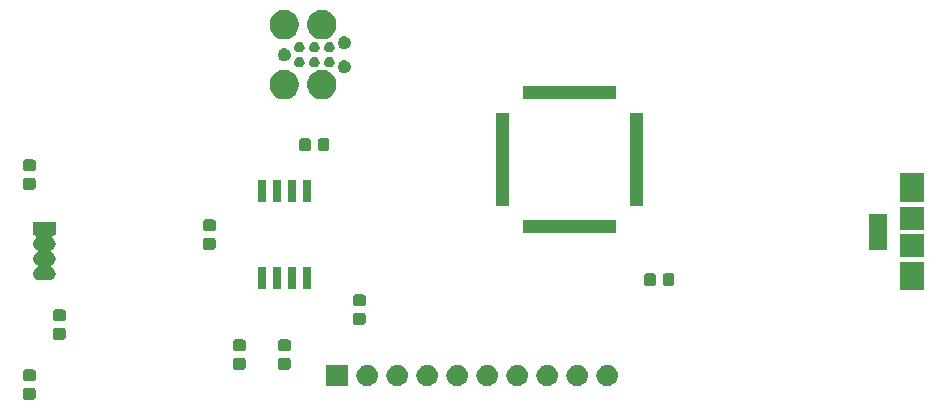
<source format=gts>
G04 #@! TF.GenerationSoftware,KiCad,Pcbnew,(5.0.2)-1*
G04 #@! TF.CreationDate,2019-02-28T20:38:06-05:00*
G04 #@! TF.ProjectId,CEC01,43454330-312e-46b6-9963-61645f706362,v0.1*
G04 #@! TF.SameCoordinates,Original*
G04 #@! TF.FileFunction,Soldermask,Top*
G04 #@! TF.FilePolarity,Negative*
%FSLAX46Y46*%
G04 Gerber Fmt 4.6, Leading zero omitted, Abs format (unit mm)*
G04 Created by KiCad (PCBNEW (5.0.2)-1) date 2/28/2019 8:38:06 PM*
%MOMM*%
%LPD*%
G01*
G04 APERTURE LIST*
%ADD10C,0.100000*%
G04 APERTURE END LIST*
D10*
G36*
X107059591Y-84123085D02*
X107093569Y-84133393D01*
X107124887Y-84150133D01*
X107152339Y-84172661D01*
X107174867Y-84200113D01*
X107191607Y-84231431D01*
X107201915Y-84265409D01*
X107206000Y-84306890D01*
X107206000Y-84908110D01*
X107201915Y-84949591D01*
X107191607Y-84983569D01*
X107174867Y-85014887D01*
X107152339Y-85042339D01*
X107124887Y-85064867D01*
X107093569Y-85081607D01*
X107059591Y-85091915D01*
X107018110Y-85096000D01*
X106341890Y-85096000D01*
X106300409Y-85091915D01*
X106266431Y-85081607D01*
X106235113Y-85064867D01*
X106207661Y-85042339D01*
X106185133Y-85014887D01*
X106168393Y-84983569D01*
X106158085Y-84949591D01*
X106154000Y-84908110D01*
X106154000Y-84306890D01*
X106158085Y-84265409D01*
X106168393Y-84231431D01*
X106185133Y-84200113D01*
X106207661Y-84172661D01*
X106235113Y-84150133D01*
X106266431Y-84133393D01*
X106300409Y-84123085D01*
X106341890Y-84119000D01*
X107018110Y-84119000D01*
X107059591Y-84123085D01*
X107059591Y-84123085D01*
G37*
G36*
X155704443Y-82153619D02*
X155770627Y-82160137D01*
X155883853Y-82194484D01*
X155940467Y-82211657D01*
X156079087Y-82285752D01*
X156096991Y-82295322D01*
X156117008Y-82311750D01*
X156234186Y-82407914D01*
X156311677Y-82502339D01*
X156346778Y-82545109D01*
X156356123Y-82562592D01*
X156430443Y-82701633D01*
X156430443Y-82701634D01*
X156481963Y-82871473D01*
X156499359Y-83048100D01*
X156481963Y-83224727D01*
X156466182Y-83276750D01*
X156430443Y-83394567D01*
X156401101Y-83449461D01*
X156346778Y-83551091D01*
X156317448Y-83586829D01*
X156234186Y-83688286D01*
X156132729Y-83771548D01*
X156096991Y-83800878D01*
X156096989Y-83800879D01*
X155940467Y-83884543D01*
X155883853Y-83901716D01*
X155770627Y-83936063D01*
X155704442Y-83942582D01*
X155638260Y-83949100D01*
X155549740Y-83949100D01*
X155483558Y-83942582D01*
X155417373Y-83936063D01*
X155304147Y-83901716D01*
X155247533Y-83884543D01*
X155091011Y-83800879D01*
X155091009Y-83800878D01*
X155055271Y-83771548D01*
X154953814Y-83688286D01*
X154870552Y-83586829D01*
X154841222Y-83551091D01*
X154786899Y-83449461D01*
X154757557Y-83394567D01*
X154721818Y-83276750D01*
X154706037Y-83224727D01*
X154688641Y-83048100D01*
X154706037Y-82871473D01*
X154757557Y-82701634D01*
X154757557Y-82701633D01*
X154831877Y-82562592D01*
X154841222Y-82545109D01*
X154876323Y-82502339D01*
X154953814Y-82407914D01*
X155070992Y-82311750D01*
X155091009Y-82295322D01*
X155108913Y-82285752D01*
X155247533Y-82211657D01*
X155304147Y-82194484D01*
X155417373Y-82160137D01*
X155483557Y-82153619D01*
X155549740Y-82147100D01*
X155638260Y-82147100D01*
X155704443Y-82153619D01*
X155704443Y-82153619D01*
G37*
G36*
X133635000Y-83949100D02*
X131833000Y-83949100D01*
X131833000Y-82147100D01*
X133635000Y-82147100D01*
X133635000Y-83949100D01*
X133635000Y-83949100D01*
G37*
G36*
X135384443Y-82153619D02*
X135450627Y-82160137D01*
X135563853Y-82194484D01*
X135620467Y-82211657D01*
X135759087Y-82285752D01*
X135776991Y-82295322D01*
X135797008Y-82311750D01*
X135914186Y-82407914D01*
X135991677Y-82502339D01*
X136026778Y-82545109D01*
X136036123Y-82562592D01*
X136110443Y-82701633D01*
X136110443Y-82701634D01*
X136161963Y-82871473D01*
X136179359Y-83048100D01*
X136161963Y-83224727D01*
X136146182Y-83276750D01*
X136110443Y-83394567D01*
X136081101Y-83449461D01*
X136026778Y-83551091D01*
X135997448Y-83586829D01*
X135914186Y-83688286D01*
X135812729Y-83771548D01*
X135776991Y-83800878D01*
X135776989Y-83800879D01*
X135620467Y-83884543D01*
X135563853Y-83901716D01*
X135450627Y-83936063D01*
X135384442Y-83942582D01*
X135318260Y-83949100D01*
X135229740Y-83949100D01*
X135163558Y-83942582D01*
X135097373Y-83936063D01*
X134984147Y-83901716D01*
X134927533Y-83884543D01*
X134771011Y-83800879D01*
X134771009Y-83800878D01*
X134735271Y-83771548D01*
X134633814Y-83688286D01*
X134550552Y-83586829D01*
X134521222Y-83551091D01*
X134466899Y-83449461D01*
X134437557Y-83394567D01*
X134401818Y-83276750D01*
X134386037Y-83224727D01*
X134368641Y-83048100D01*
X134386037Y-82871473D01*
X134437557Y-82701634D01*
X134437557Y-82701633D01*
X134511877Y-82562592D01*
X134521222Y-82545109D01*
X134556323Y-82502339D01*
X134633814Y-82407914D01*
X134750992Y-82311750D01*
X134771009Y-82295322D01*
X134788913Y-82285752D01*
X134927533Y-82211657D01*
X134984147Y-82194484D01*
X135097373Y-82160137D01*
X135163557Y-82153619D01*
X135229740Y-82147100D01*
X135318260Y-82147100D01*
X135384443Y-82153619D01*
X135384443Y-82153619D01*
G37*
G36*
X137924443Y-82153619D02*
X137990627Y-82160137D01*
X138103853Y-82194484D01*
X138160467Y-82211657D01*
X138299087Y-82285752D01*
X138316991Y-82295322D01*
X138337008Y-82311750D01*
X138454186Y-82407914D01*
X138531677Y-82502339D01*
X138566778Y-82545109D01*
X138576123Y-82562592D01*
X138650443Y-82701633D01*
X138650443Y-82701634D01*
X138701963Y-82871473D01*
X138719359Y-83048100D01*
X138701963Y-83224727D01*
X138686182Y-83276750D01*
X138650443Y-83394567D01*
X138621101Y-83449461D01*
X138566778Y-83551091D01*
X138537448Y-83586829D01*
X138454186Y-83688286D01*
X138352729Y-83771548D01*
X138316991Y-83800878D01*
X138316989Y-83800879D01*
X138160467Y-83884543D01*
X138103853Y-83901716D01*
X137990627Y-83936063D01*
X137924442Y-83942582D01*
X137858260Y-83949100D01*
X137769740Y-83949100D01*
X137703558Y-83942582D01*
X137637373Y-83936063D01*
X137524147Y-83901716D01*
X137467533Y-83884543D01*
X137311011Y-83800879D01*
X137311009Y-83800878D01*
X137275271Y-83771548D01*
X137173814Y-83688286D01*
X137090552Y-83586829D01*
X137061222Y-83551091D01*
X137006899Y-83449461D01*
X136977557Y-83394567D01*
X136941818Y-83276750D01*
X136926037Y-83224727D01*
X136908641Y-83048100D01*
X136926037Y-82871473D01*
X136977557Y-82701634D01*
X136977557Y-82701633D01*
X137051877Y-82562592D01*
X137061222Y-82545109D01*
X137096323Y-82502339D01*
X137173814Y-82407914D01*
X137290992Y-82311750D01*
X137311009Y-82295322D01*
X137328913Y-82285752D01*
X137467533Y-82211657D01*
X137524147Y-82194484D01*
X137637373Y-82160137D01*
X137703557Y-82153619D01*
X137769740Y-82147100D01*
X137858260Y-82147100D01*
X137924443Y-82153619D01*
X137924443Y-82153619D01*
G37*
G36*
X140464443Y-82153619D02*
X140530627Y-82160137D01*
X140643853Y-82194484D01*
X140700467Y-82211657D01*
X140839087Y-82285752D01*
X140856991Y-82295322D01*
X140877008Y-82311750D01*
X140994186Y-82407914D01*
X141071677Y-82502339D01*
X141106778Y-82545109D01*
X141116123Y-82562592D01*
X141190443Y-82701633D01*
X141190443Y-82701634D01*
X141241963Y-82871473D01*
X141259359Y-83048100D01*
X141241963Y-83224727D01*
X141226182Y-83276750D01*
X141190443Y-83394567D01*
X141161101Y-83449461D01*
X141106778Y-83551091D01*
X141077448Y-83586829D01*
X140994186Y-83688286D01*
X140892729Y-83771548D01*
X140856991Y-83800878D01*
X140856989Y-83800879D01*
X140700467Y-83884543D01*
X140643853Y-83901716D01*
X140530627Y-83936063D01*
X140464442Y-83942582D01*
X140398260Y-83949100D01*
X140309740Y-83949100D01*
X140243558Y-83942582D01*
X140177373Y-83936063D01*
X140064147Y-83901716D01*
X140007533Y-83884543D01*
X139851011Y-83800879D01*
X139851009Y-83800878D01*
X139815271Y-83771548D01*
X139713814Y-83688286D01*
X139630552Y-83586829D01*
X139601222Y-83551091D01*
X139546899Y-83449461D01*
X139517557Y-83394567D01*
X139481818Y-83276750D01*
X139466037Y-83224727D01*
X139448641Y-83048100D01*
X139466037Y-82871473D01*
X139517557Y-82701634D01*
X139517557Y-82701633D01*
X139591877Y-82562592D01*
X139601222Y-82545109D01*
X139636323Y-82502339D01*
X139713814Y-82407914D01*
X139830992Y-82311750D01*
X139851009Y-82295322D01*
X139868913Y-82285752D01*
X140007533Y-82211657D01*
X140064147Y-82194484D01*
X140177373Y-82160137D01*
X140243557Y-82153619D01*
X140309740Y-82147100D01*
X140398260Y-82147100D01*
X140464443Y-82153619D01*
X140464443Y-82153619D01*
G37*
G36*
X145544443Y-82153619D02*
X145610627Y-82160137D01*
X145723853Y-82194484D01*
X145780467Y-82211657D01*
X145919087Y-82285752D01*
X145936991Y-82295322D01*
X145957008Y-82311750D01*
X146074186Y-82407914D01*
X146151677Y-82502339D01*
X146186778Y-82545109D01*
X146196123Y-82562592D01*
X146270443Y-82701633D01*
X146270443Y-82701634D01*
X146321963Y-82871473D01*
X146339359Y-83048100D01*
X146321963Y-83224727D01*
X146306182Y-83276750D01*
X146270443Y-83394567D01*
X146241101Y-83449461D01*
X146186778Y-83551091D01*
X146157448Y-83586829D01*
X146074186Y-83688286D01*
X145972729Y-83771548D01*
X145936991Y-83800878D01*
X145936989Y-83800879D01*
X145780467Y-83884543D01*
X145723853Y-83901716D01*
X145610627Y-83936063D01*
X145544442Y-83942582D01*
X145478260Y-83949100D01*
X145389740Y-83949100D01*
X145323558Y-83942582D01*
X145257373Y-83936063D01*
X145144147Y-83901716D01*
X145087533Y-83884543D01*
X144931011Y-83800879D01*
X144931009Y-83800878D01*
X144895271Y-83771548D01*
X144793814Y-83688286D01*
X144710552Y-83586829D01*
X144681222Y-83551091D01*
X144626899Y-83449461D01*
X144597557Y-83394567D01*
X144561818Y-83276750D01*
X144546037Y-83224727D01*
X144528641Y-83048100D01*
X144546037Y-82871473D01*
X144597557Y-82701634D01*
X144597557Y-82701633D01*
X144671877Y-82562592D01*
X144681222Y-82545109D01*
X144716323Y-82502339D01*
X144793814Y-82407914D01*
X144910992Y-82311750D01*
X144931009Y-82295322D01*
X144948913Y-82285752D01*
X145087533Y-82211657D01*
X145144147Y-82194484D01*
X145257373Y-82160137D01*
X145323557Y-82153619D01*
X145389740Y-82147100D01*
X145478260Y-82147100D01*
X145544443Y-82153619D01*
X145544443Y-82153619D01*
G37*
G36*
X148084443Y-82153619D02*
X148150627Y-82160137D01*
X148263853Y-82194484D01*
X148320467Y-82211657D01*
X148459087Y-82285752D01*
X148476991Y-82295322D01*
X148497008Y-82311750D01*
X148614186Y-82407914D01*
X148691677Y-82502339D01*
X148726778Y-82545109D01*
X148736123Y-82562592D01*
X148810443Y-82701633D01*
X148810443Y-82701634D01*
X148861963Y-82871473D01*
X148879359Y-83048100D01*
X148861963Y-83224727D01*
X148846182Y-83276750D01*
X148810443Y-83394567D01*
X148781101Y-83449461D01*
X148726778Y-83551091D01*
X148697448Y-83586829D01*
X148614186Y-83688286D01*
X148512729Y-83771548D01*
X148476991Y-83800878D01*
X148476989Y-83800879D01*
X148320467Y-83884543D01*
X148263853Y-83901716D01*
X148150627Y-83936063D01*
X148084442Y-83942582D01*
X148018260Y-83949100D01*
X147929740Y-83949100D01*
X147863558Y-83942582D01*
X147797373Y-83936063D01*
X147684147Y-83901716D01*
X147627533Y-83884543D01*
X147471011Y-83800879D01*
X147471009Y-83800878D01*
X147435271Y-83771548D01*
X147333814Y-83688286D01*
X147250552Y-83586829D01*
X147221222Y-83551091D01*
X147166899Y-83449461D01*
X147137557Y-83394567D01*
X147101818Y-83276750D01*
X147086037Y-83224727D01*
X147068641Y-83048100D01*
X147086037Y-82871473D01*
X147137557Y-82701634D01*
X147137557Y-82701633D01*
X147211877Y-82562592D01*
X147221222Y-82545109D01*
X147256323Y-82502339D01*
X147333814Y-82407914D01*
X147450992Y-82311750D01*
X147471009Y-82295322D01*
X147488913Y-82285752D01*
X147627533Y-82211657D01*
X147684147Y-82194484D01*
X147797373Y-82160137D01*
X147863557Y-82153619D01*
X147929740Y-82147100D01*
X148018260Y-82147100D01*
X148084443Y-82153619D01*
X148084443Y-82153619D01*
G37*
G36*
X150624443Y-82153619D02*
X150690627Y-82160137D01*
X150803853Y-82194484D01*
X150860467Y-82211657D01*
X150999087Y-82285752D01*
X151016991Y-82295322D01*
X151037008Y-82311750D01*
X151154186Y-82407914D01*
X151231677Y-82502339D01*
X151266778Y-82545109D01*
X151276123Y-82562592D01*
X151350443Y-82701633D01*
X151350443Y-82701634D01*
X151401963Y-82871473D01*
X151419359Y-83048100D01*
X151401963Y-83224727D01*
X151386182Y-83276750D01*
X151350443Y-83394567D01*
X151321101Y-83449461D01*
X151266778Y-83551091D01*
X151237448Y-83586829D01*
X151154186Y-83688286D01*
X151052729Y-83771548D01*
X151016991Y-83800878D01*
X151016989Y-83800879D01*
X150860467Y-83884543D01*
X150803853Y-83901716D01*
X150690627Y-83936063D01*
X150624442Y-83942582D01*
X150558260Y-83949100D01*
X150469740Y-83949100D01*
X150403558Y-83942582D01*
X150337373Y-83936063D01*
X150224147Y-83901716D01*
X150167533Y-83884543D01*
X150011011Y-83800879D01*
X150011009Y-83800878D01*
X149975271Y-83771548D01*
X149873814Y-83688286D01*
X149790552Y-83586829D01*
X149761222Y-83551091D01*
X149706899Y-83449461D01*
X149677557Y-83394567D01*
X149641818Y-83276750D01*
X149626037Y-83224727D01*
X149608641Y-83048100D01*
X149626037Y-82871473D01*
X149677557Y-82701634D01*
X149677557Y-82701633D01*
X149751877Y-82562592D01*
X149761222Y-82545109D01*
X149796323Y-82502339D01*
X149873814Y-82407914D01*
X149990992Y-82311750D01*
X150011009Y-82295322D01*
X150028913Y-82285752D01*
X150167533Y-82211657D01*
X150224147Y-82194484D01*
X150337373Y-82160137D01*
X150403557Y-82153619D01*
X150469740Y-82147100D01*
X150558260Y-82147100D01*
X150624443Y-82153619D01*
X150624443Y-82153619D01*
G37*
G36*
X153164443Y-82153619D02*
X153230627Y-82160137D01*
X153343853Y-82194484D01*
X153400467Y-82211657D01*
X153539087Y-82285752D01*
X153556991Y-82295322D01*
X153577008Y-82311750D01*
X153694186Y-82407914D01*
X153771677Y-82502339D01*
X153806778Y-82545109D01*
X153816123Y-82562592D01*
X153890443Y-82701633D01*
X153890443Y-82701634D01*
X153941963Y-82871473D01*
X153959359Y-83048100D01*
X153941963Y-83224727D01*
X153926182Y-83276750D01*
X153890443Y-83394567D01*
X153861101Y-83449461D01*
X153806778Y-83551091D01*
X153777448Y-83586829D01*
X153694186Y-83688286D01*
X153592729Y-83771548D01*
X153556991Y-83800878D01*
X153556989Y-83800879D01*
X153400467Y-83884543D01*
X153343853Y-83901716D01*
X153230627Y-83936063D01*
X153164442Y-83942582D01*
X153098260Y-83949100D01*
X153009740Y-83949100D01*
X152943558Y-83942582D01*
X152877373Y-83936063D01*
X152764147Y-83901716D01*
X152707533Y-83884543D01*
X152551011Y-83800879D01*
X152551009Y-83800878D01*
X152515271Y-83771548D01*
X152413814Y-83688286D01*
X152330552Y-83586829D01*
X152301222Y-83551091D01*
X152246899Y-83449461D01*
X152217557Y-83394567D01*
X152181818Y-83276750D01*
X152166037Y-83224727D01*
X152148641Y-83048100D01*
X152166037Y-82871473D01*
X152217557Y-82701634D01*
X152217557Y-82701633D01*
X152291877Y-82562592D01*
X152301222Y-82545109D01*
X152336323Y-82502339D01*
X152413814Y-82407914D01*
X152530992Y-82311750D01*
X152551009Y-82295322D01*
X152568913Y-82285752D01*
X152707533Y-82211657D01*
X152764147Y-82194484D01*
X152877373Y-82160137D01*
X152943557Y-82153619D01*
X153009740Y-82147100D01*
X153098260Y-82147100D01*
X153164443Y-82153619D01*
X153164443Y-82153619D01*
G37*
G36*
X143004443Y-82153619D02*
X143070627Y-82160137D01*
X143183853Y-82194484D01*
X143240467Y-82211657D01*
X143379087Y-82285752D01*
X143396991Y-82295322D01*
X143417008Y-82311750D01*
X143534186Y-82407914D01*
X143611677Y-82502339D01*
X143646778Y-82545109D01*
X143656123Y-82562592D01*
X143730443Y-82701633D01*
X143730443Y-82701634D01*
X143781963Y-82871473D01*
X143799359Y-83048100D01*
X143781963Y-83224727D01*
X143766182Y-83276750D01*
X143730443Y-83394567D01*
X143701101Y-83449461D01*
X143646778Y-83551091D01*
X143617448Y-83586829D01*
X143534186Y-83688286D01*
X143432729Y-83771548D01*
X143396991Y-83800878D01*
X143396989Y-83800879D01*
X143240467Y-83884543D01*
X143183853Y-83901716D01*
X143070627Y-83936063D01*
X143004442Y-83942582D01*
X142938260Y-83949100D01*
X142849740Y-83949100D01*
X142783558Y-83942582D01*
X142717373Y-83936063D01*
X142604147Y-83901716D01*
X142547533Y-83884543D01*
X142391011Y-83800879D01*
X142391009Y-83800878D01*
X142355271Y-83771548D01*
X142253814Y-83688286D01*
X142170552Y-83586829D01*
X142141222Y-83551091D01*
X142086899Y-83449461D01*
X142057557Y-83394567D01*
X142021818Y-83276750D01*
X142006037Y-83224727D01*
X141988641Y-83048100D01*
X142006037Y-82871473D01*
X142057557Y-82701634D01*
X142057557Y-82701633D01*
X142131877Y-82562592D01*
X142141222Y-82545109D01*
X142176323Y-82502339D01*
X142253814Y-82407914D01*
X142370992Y-82311750D01*
X142391009Y-82295322D01*
X142408913Y-82285752D01*
X142547533Y-82211657D01*
X142604147Y-82194484D01*
X142717373Y-82160137D01*
X142783557Y-82153619D01*
X142849740Y-82147100D01*
X142938260Y-82147100D01*
X143004443Y-82153619D01*
X143004443Y-82153619D01*
G37*
G36*
X107059591Y-82548085D02*
X107093569Y-82558393D01*
X107124887Y-82575133D01*
X107152339Y-82597661D01*
X107174867Y-82625113D01*
X107191607Y-82656431D01*
X107201915Y-82690409D01*
X107206000Y-82731890D01*
X107206000Y-83333110D01*
X107201915Y-83374591D01*
X107191607Y-83408569D01*
X107174867Y-83439887D01*
X107152339Y-83467339D01*
X107124887Y-83489867D01*
X107093569Y-83506607D01*
X107059591Y-83516915D01*
X107018110Y-83521000D01*
X106341890Y-83521000D01*
X106300409Y-83516915D01*
X106266431Y-83506607D01*
X106235113Y-83489867D01*
X106207661Y-83467339D01*
X106185133Y-83439887D01*
X106168393Y-83408569D01*
X106158085Y-83374591D01*
X106154000Y-83333110D01*
X106154000Y-82731890D01*
X106158085Y-82690409D01*
X106168393Y-82656431D01*
X106185133Y-82625113D01*
X106207661Y-82597661D01*
X106235113Y-82575133D01*
X106266431Y-82558393D01*
X106300409Y-82548085D01*
X106341890Y-82544000D01*
X107018110Y-82544000D01*
X107059591Y-82548085D01*
X107059591Y-82548085D01*
G37*
G36*
X124839591Y-81583085D02*
X124873569Y-81593393D01*
X124904887Y-81610133D01*
X124932339Y-81632661D01*
X124954867Y-81660113D01*
X124971607Y-81691431D01*
X124981915Y-81725409D01*
X124986000Y-81766890D01*
X124986000Y-82368110D01*
X124981915Y-82409591D01*
X124971607Y-82443569D01*
X124954867Y-82474887D01*
X124932339Y-82502339D01*
X124904887Y-82524867D01*
X124873569Y-82541607D01*
X124839591Y-82551915D01*
X124798110Y-82556000D01*
X124121890Y-82556000D01*
X124080409Y-82551915D01*
X124046431Y-82541607D01*
X124015113Y-82524867D01*
X123987661Y-82502339D01*
X123965133Y-82474887D01*
X123948393Y-82443569D01*
X123938085Y-82409591D01*
X123934000Y-82368110D01*
X123934000Y-81766890D01*
X123938085Y-81725409D01*
X123948393Y-81691431D01*
X123965133Y-81660113D01*
X123987661Y-81632661D01*
X124015113Y-81610133D01*
X124046431Y-81593393D01*
X124080409Y-81583085D01*
X124121890Y-81579000D01*
X124798110Y-81579000D01*
X124839591Y-81583085D01*
X124839591Y-81583085D01*
G37*
G36*
X128649591Y-81583085D02*
X128683569Y-81593393D01*
X128714887Y-81610133D01*
X128742339Y-81632661D01*
X128764867Y-81660113D01*
X128781607Y-81691431D01*
X128791915Y-81725409D01*
X128796000Y-81766890D01*
X128796000Y-82368110D01*
X128791915Y-82409591D01*
X128781607Y-82443569D01*
X128764867Y-82474887D01*
X128742339Y-82502339D01*
X128714887Y-82524867D01*
X128683569Y-82541607D01*
X128649591Y-82551915D01*
X128608110Y-82556000D01*
X127931890Y-82556000D01*
X127890409Y-82551915D01*
X127856431Y-82541607D01*
X127825113Y-82524867D01*
X127797661Y-82502339D01*
X127775133Y-82474887D01*
X127758393Y-82443569D01*
X127748085Y-82409591D01*
X127744000Y-82368110D01*
X127744000Y-81766890D01*
X127748085Y-81725409D01*
X127758393Y-81691431D01*
X127775133Y-81660113D01*
X127797661Y-81632661D01*
X127825113Y-81610133D01*
X127856431Y-81593393D01*
X127890409Y-81583085D01*
X127931890Y-81579000D01*
X128608110Y-81579000D01*
X128649591Y-81583085D01*
X128649591Y-81583085D01*
G37*
G36*
X124839591Y-80008085D02*
X124873569Y-80018393D01*
X124904887Y-80035133D01*
X124932339Y-80057661D01*
X124954867Y-80085113D01*
X124971607Y-80116431D01*
X124981915Y-80150409D01*
X124986000Y-80191890D01*
X124986000Y-80793110D01*
X124981915Y-80834591D01*
X124971607Y-80868569D01*
X124954867Y-80899887D01*
X124932339Y-80927339D01*
X124904887Y-80949867D01*
X124873569Y-80966607D01*
X124839591Y-80976915D01*
X124798110Y-80981000D01*
X124121890Y-80981000D01*
X124080409Y-80976915D01*
X124046431Y-80966607D01*
X124015113Y-80949867D01*
X123987661Y-80927339D01*
X123965133Y-80899887D01*
X123948393Y-80868569D01*
X123938085Y-80834591D01*
X123934000Y-80793110D01*
X123934000Y-80191890D01*
X123938085Y-80150409D01*
X123948393Y-80116431D01*
X123965133Y-80085113D01*
X123987661Y-80057661D01*
X124015113Y-80035133D01*
X124046431Y-80018393D01*
X124080409Y-80008085D01*
X124121890Y-80004000D01*
X124798110Y-80004000D01*
X124839591Y-80008085D01*
X124839591Y-80008085D01*
G37*
G36*
X128649591Y-80008085D02*
X128683569Y-80018393D01*
X128714887Y-80035133D01*
X128742339Y-80057661D01*
X128764867Y-80085113D01*
X128781607Y-80116431D01*
X128791915Y-80150409D01*
X128796000Y-80191890D01*
X128796000Y-80793110D01*
X128791915Y-80834591D01*
X128781607Y-80868569D01*
X128764867Y-80899887D01*
X128742339Y-80927339D01*
X128714887Y-80949867D01*
X128683569Y-80966607D01*
X128649591Y-80976915D01*
X128608110Y-80981000D01*
X127931890Y-80981000D01*
X127890409Y-80976915D01*
X127856431Y-80966607D01*
X127825113Y-80949867D01*
X127797661Y-80927339D01*
X127775133Y-80899887D01*
X127758393Y-80868569D01*
X127748085Y-80834591D01*
X127744000Y-80793110D01*
X127744000Y-80191890D01*
X127748085Y-80150409D01*
X127758393Y-80116431D01*
X127775133Y-80085113D01*
X127797661Y-80057661D01*
X127825113Y-80035133D01*
X127856431Y-80018393D01*
X127890409Y-80008085D01*
X127931890Y-80004000D01*
X128608110Y-80004000D01*
X128649591Y-80008085D01*
X128649591Y-80008085D01*
G37*
G36*
X109599591Y-79043085D02*
X109633569Y-79053393D01*
X109664887Y-79070133D01*
X109692339Y-79092661D01*
X109714867Y-79120113D01*
X109731607Y-79151431D01*
X109741915Y-79185409D01*
X109746000Y-79226890D01*
X109746000Y-79828110D01*
X109741915Y-79869591D01*
X109731607Y-79903569D01*
X109714867Y-79934887D01*
X109692339Y-79962339D01*
X109664887Y-79984867D01*
X109633569Y-80001607D01*
X109599591Y-80011915D01*
X109558110Y-80016000D01*
X108881890Y-80016000D01*
X108840409Y-80011915D01*
X108806431Y-80001607D01*
X108775113Y-79984867D01*
X108747661Y-79962339D01*
X108725133Y-79934887D01*
X108708393Y-79903569D01*
X108698085Y-79869591D01*
X108694000Y-79828110D01*
X108694000Y-79226890D01*
X108698085Y-79185409D01*
X108708393Y-79151431D01*
X108725133Y-79120113D01*
X108747661Y-79092661D01*
X108775113Y-79070133D01*
X108806431Y-79053393D01*
X108840409Y-79043085D01*
X108881890Y-79039000D01*
X109558110Y-79039000D01*
X109599591Y-79043085D01*
X109599591Y-79043085D01*
G37*
G36*
X134999591Y-77773085D02*
X135033569Y-77783393D01*
X135064887Y-77800133D01*
X135092339Y-77822661D01*
X135114867Y-77850113D01*
X135131607Y-77881431D01*
X135141915Y-77915409D01*
X135146000Y-77956890D01*
X135146000Y-78558110D01*
X135141915Y-78599591D01*
X135131607Y-78633569D01*
X135114867Y-78664887D01*
X135092339Y-78692339D01*
X135064887Y-78714867D01*
X135033569Y-78731607D01*
X134999591Y-78741915D01*
X134958110Y-78746000D01*
X134281890Y-78746000D01*
X134240409Y-78741915D01*
X134206431Y-78731607D01*
X134175113Y-78714867D01*
X134147661Y-78692339D01*
X134125133Y-78664887D01*
X134108393Y-78633569D01*
X134098085Y-78599591D01*
X134094000Y-78558110D01*
X134094000Y-77956890D01*
X134098085Y-77915409D01*
X134108393Y-77881431D01*
X134125133Y-77850113D01*
X134147661Y-77822661D01*
X134175113Y-77800133D01*
X134206431Y-77783393D01*
X134240409Y-77773085D01*
X134281890Y-77769000D01*
X134958110Y-77769000D01*
X134999591Y-77773085D01*
X134999591Y-77773085D01*
G37*
G36*
X109599591Y-77468085D02*
X109633569Y-77478393D01*
X109664887Y-77495133D01*
X109692339Y-77517661D01*
X109714867Y-77545113D01*
X109731607Y-77576431D01*
X109741915Y-77610409D01*
X109746000Y-77651890D01*
X109746000Y-78253110D01*
X109741915Y-78294591D01*
X109731607Y-78328569D01*
X109714867Y-78359887D01*
X109692339Y-78387339D01*
X109664887Y-78409867D01*
X109633569Y-78426607D01*
X109599591Y-78436915D01*
X109558110Y-78441000D01*
X108881890Y-78441000D01*
X108840409Y-78436915D01*
X108806431Y-78426607D01*
X108775113Y-78409867D01*
X108747661Y-78387339D01*
X108725133Y-78359887D01*
X108708393Y-78328569D01*
X108698085Y-78294591D01*
X108694000Y-78253110D01*
X108694000Y-77651890D01*
X108698085Y-77610409D01*
X108708393Y-77576431D01*
X108725133Y-77545113D01*
X108747661Y-77517661D01*
X108775113Y-77495133D01*
X108806431Y-77478393D01*
X108840409Y-77468085D01*
X108881890Y-77464000D01*
X109558110Y-77464000D01*
X109599591Y-77468085D01*
X109599591Y-77468085D01*
G37*
G36*
X134999591Y-76198085D02*
X135033569Y-76208393D01*
X135064887Y-76225133D01*
X135092339Y-76247661D01*
X135114867Y-76275113D01*
X135131607Y-76306431D01*
X135141915Y-76340409D01*
X135146000Y-76381890D01*
X135146000Y-76983110D01*
X135141915Y-77024591D01*
X135131607Y-77058569D01*
X135114867Y-77089887D01*
X135092339Y-77117339D01*
X135064887Y-77139867D01*
X135033569Y-77156607D01*
X134999591Y-77166915D01*
X134958110Y-77171000D01*
X134281890Y-77171000D01*
X134240409Y-77166915D01*
X134206431Y-77156607D01*
X134175113Y-77139867D01*
X134147661Y-77117339D01*
X134125133Y-77089887D01*
X134108393Y-77058569D01*
X134098085Y-77024591D01*
X134094000Y-76983110D01*
X134094000Y-76381890D01*
X134098085Y-76340409D01*
X134108393Y-76306431D01*
X134125133Y-76275113D01*
X134147661Y-76247661D01*
X134175113Y-76225133D01*
X134206431Y-76208393D01*
X134240409Y-76198085D01*
X134281890Y-76194000D01*
X134958110Y-76194000D01*
X134999591Y-76198085D01*
X134999591Y-76198085D01*
G37*
G36*
X182401000Y-75851000D02*
X180399000Y-75851000D01*
X180399000Y-73449000D01*
X182401000Y-73449000D01*
X182401000Y-75851000D01*
X182401000Y-75851000D01*
G37*
G36*
X130501000Y-75746000D02*
X129849000Y-75746000D01*
X129849000Y-73894000D01*
X130501000Y-73894000D01*
X130501000Y-75746000D01*
X130501000Y-75746000D01*
G37*
G36*
X126691000Y-75746000D02*
X126039000Y-75746000D01*
X126039000Y-73894000D01*
X126691000Y-73894000D01*
X126691000Y-75746000D01*
X126691000Y-75746000D01*
G37*
G36*
X127961000Y-75746000D02*
X127309000Y-75746000D01*
X127309000Y-73894000D01*
X127961000Y-73894000D01*
X127961000Y-75746000D01*
X127961000Y-75746000D01*
G37*
G36*
X129231000Y-75746000D02*
X128579000Y-75746000D01*
X128579000Y-73894000D01*
X129231000Y-73894000D01*
X129231000Y-75746000D01*
X129231000Y-75746000D01*
G37*
G36*
X161149591Y-74408085D02*
X161183569Y-74418393D01*
X161214887Y-74435133D01*
X161242339Y-74457661D01*
X161264867Y-74485113D01*
X161281607Y-74516431D01*
X161291915Y-74550409D01*
X161296000Y-74591890D01*
X161296000Y-75268110D01*
X161291915Y-75309591D01*
X161281607Y-75343569D01*
X161264867Y-75374887D01*
X161242339Y-75402339D01*
X161214887Y-75424867D01*
X161183569Y-75441607D01*
X161149591Y-75451915D01*
X161108110Y-75456000D01*
X160506890Y-75456000D01*
X160465409Y-75451915D01*
X160431431Y-75441607D01*
X160400113Y-75424867D01*
X160372661Y-75402339D01*
X160350133Y-75374887D01*
X160333393Y-75343569D01*
X160323085Y-75309591D01*
X160319000Y-75268110D01*
X160319000Y-74591890D01*
X160323085Y-74550409D01*
X160333393Y-74516431D01*
X160350133Y-74485113D01*
X160372661Y-74457661D01*
X160400113Y-74435133D01*
X160431431Y-74418393D01*
X160465409Y-74408085D01*
X160506890Y-74404000D01*
X161108110Y-74404000D01*
X161149591Y-74408085D01*
X161149591Y-74408085D01*
G37*
G36*
X159574591Y-74408085D02*
X159608569Y-74418393D01*
X159639887Y-74435133D01*
X159667339Y-74457661D01*
X159689867Y-74485113D01*
X159706607Y-74516431D01*
X159716915Y-74550409D01*
X159721000Y-74591890D01*
X159721000Y-75268110D01*
X159716915Y-75309591D01*
X159706607Y-75343569D01*
X159689867Y-75374887D01*
X159667339Y-75402339D01*
X159639887Y-75424867D01*
X159608569Y-75441607D01*
X159574591Y-75451915D01*
X159533110Y-75456000D01*
X158931890Y-75456000D01*
X158890409Y-75451915D01*
X158856431Y-75441607D01*
X158825113Y-75424867D01*
X158797661Y-75402339D01*
X158775133Y-75374887D01*
X158758393Y-75343569D01*
X158748085Y-75309591D01*
X158744000Y-75268110D01*
X158744000Y-74591890D01*
X158748085Y-74550409D01*
X158758393Y-74516431D01*
X158775133Y-74485113D01*
X158797661Y-74457661D01*
X158825113Y-74435133D01*
X158856431Y-74418393D01*
X158890409Y-74408085D01*
X158931890Y-74404000D01*
X159533110Y-74404000D01*
X159574591Y-74408085D01*
X159574591Y-74408085D01*
G37*
G36*
X108901000Y-71198000D02*
X108754612Y-71198000D01*
X108730226Y-71200402D01*
X108706777Y-71207515D01*
X108685166Y-71219066D01*
X108666224Y-71234612D01*
X108650678Y-71253554D01*
X108639127Y-71275165D01*
X108632014Y-71298614D01*
X108629612Y-71323000D01*
X108632014Y-71347386D01*
X108639127Y-71370835D01*
X108650678Y-71392446D01*
X108675312Y-71419626D01*
X108731369Y-71465631D01*
X108804600Y-71554863D01*
X108859013Y-71656662D01*
X108892521Y-71767123D01*
X108903835Y-71882000D01*
X108892521Y-71996877D01*
X108859013Y-72107338D01*
X108804600Y-72209137D01*
X108731369Y-72298369D01*
X108642137Y-72371600D01*
X108576357Y-72406760D01*
X108555982Y-72420373D01*
X108538655Y-72437700D01*
X108525041Y-72458075D01*
X108515664Y-72480714D01*
X108510883Y-72504747D01*
X108510883Y-72529252D01*
X108515663Y-72553285D01*
X108525041Y-72575924D01*
X108538654Y-72596299D01*
X108555981Y-72613626D01*
X108576357Y-72627240D01*
X108642137Y-72662400D01*
X108731369Y-72735631D01*
X108804600Y-72824863D01*
X108859013Y-72926662D01*
X108892521Y-73037123D01*
X108903835Y-73152000D01*
X108892521Y-73266877D01*
X108859013Y-73377338D01*
X108804600Y-73479137D01*
X108731369Y-73568369D01*
X108642137Y-73641600D01*
X108576357Y-73676760D01*
X108555982Y-73690373D01*
X108538655Y-73707700D01*
X108525041Y-73728075D01*
X108515664Y-73750714D01*
X108510883Y-73774747D01*
X108510883Y-73799252D01*
X108515663Y-73823285D01*
X108525041Y-73845924D01*
X108538654Y-73866299D01*
X108555981Y-73883626D01*
X108576357Y-73897240D01*
X108642137Y-73932400D01*
X108731369Y-74005631D01*
X108804600Y-74094863D01*
X108859013Y-74196662D01*
X108892521Y-74307123D01*
X108903835Y-74422000D01*
X108892521Y-74536877D01*
X108859013Y-74647338D01*
X108804600Y-74749137D01*
X108731369Y-74838369D01*
X108642137Y-74911600D01*
X108540338Y-74966013D01*
X108429877Y-74999521D01*
X108343786Y-75008000D01*
X107556214Y-75008000D01*
X107470123Y-74999521D01*
X107359662Y-74966013D01*
X107257863Y-74911600D01*
X107168631Y-74838369D01*
X107095400Y-74749137D01*
X107040987Y-74647338D01*
X107007479Y-74536877D01*
X106996165Y-74422000D01*
X107007479Y-74307123D01*
X107040987Y-74196662D01*
X107095400Y-74094863D01*
X107168631Y-74005631D01*
X107257863Y-73932400D01*
X107323643Y-73897240D01*
X107344018Y-73883627D01*
X107361345Y-73866300D01*
X107374959Y-73845925D01*
X107384336Y-73823286D01*
X107389117Y-73799253D01*
X107389117Y-73774748D01*
X107384337Y-73750715D01*
X107374959Y-73728076D01*
X107361346Y-73707701D01*
X107344019Y-73690374D01*
X107323643Y-73676760D01*
X107257863Y-73641600D01*
X107168631Y-73568369D01*
X107095400Y-73479137D01*
X107040987Y-73377338D01*
X107007479Y-73266877D01*
X106996165Y-73152000D01*
X107007479Y-73037123D01*
X107040987Y-72926662D01*
X107095400Y-72824863D01*
X107168631Y-72735631D01*
X107257863Y-72662400D01*
X107323643Y-72627240D01*
X107344018Y-72613627D01*
X107361345Y-72596300D01*
X107374959Y-72575925D01*
X107384336Y-72553286D01*
X107389117Y-72529253D01*
X107389117Y-72504748D01*
X107384337Y-72480715D01*
X107374959Y-72458076D01*
X107361346Y-72437701D01*
X107344019Y-72420374D01*
X107323643Y-72406760D01*
X107257863Y-72371600D01*
X107168631Y-72298369D01*
X107095400Y-72209137D01*
X107040987Y-72107338D01*
X107007479Y-71996877D01*
X106996165Y-71882000D01*
X107007479Y-71767123D01*
X107040987Y-71656662D01*
X107095400Y-71554863D01*
X107168631Y-71465631D01*
X107224688Y-71419626D01*
X107242015Y-71402299D01*
X107255628Y-71381924D01*
X107265006Y-71359285D01*
X107269786Y-71335251D01*
X107269786Y-71310747D01*
X107265005Y-71286714D01*
X107255628Y-71264075D01*
X107242014Y-71243700D01*
X107224687Y-71226373D01*
X107204312Y-71212760D01*
X107181673Y-71203382D01*
X107145388Y-71198000D01*
X106999000Y-71198000D01*
X106999000Y-70026000D01*
X108901000Y-70026000D01*
X108901000Y-71198000D01*
X108901000Y-71198000D01*
G37*
G36*
X182401000Y-73001000D02*
X180399000Y-73001000D01*
X180399000Y-71099000D01*
X182401000Y-71099000D01*
X182401000Y-73001000D01*
X182401000Y-73001000D01*
G37*
G36*
X179301000Y-72451000D02*
X177799000Y-72451000D01*
X177799000Y-69349000D01*
X179301000Y-69349000D01*
X179301000Y-72451000D01*
X179301000Y-72451000D01*
G37*
G36*
X122299591Y-71423085D02*
X122333569Y-71433393D01*
X122364887Y-71450133D01*
X122392339Y-71472661D01*
X122414867Y-71500113D01*
X122431607Y-71531431D01*
X122441915Y-71565409D01*
X122446000Y-71606890D01*
X122446000Y-72208110D01*
X122441915Y-72249591D01*
X122431607Y-72283569D01*
X122414867Y-72314887D01*
X122392339Y-72342339D01*
X122364887Y-72364867D01*
X122333569Y-72381607D01*
X122299591Y-72391915D01*
X122258110Y-72396000D01*
X121581890Y-72396000D01*
X121540409Y-72391915D01*
X121506431Y-72381607D01*
X121475113Y-72364867D01*
X121447661Y-72342339D01*
X121425133Y-72314887D01*
X121408393Y-72283569D01*
X121398085Y-72249591D01*
X121394000Y-72208110D01*
X121394000Y-71606890D01*
X121398085Y-71565409D01*
X121408393Y-71531431D01*
X121425133Y-71500113D01*
X121447661Y-71472661D01*
X121475113Y-71450133D01*
X121506431Y-71433393D01*
X121540409Y-71423085D01*
X121581890Y-71419000D01*
X122258110Y-71419000D01*
X122299591Y-71423085D01*
X122299591Y-71423085D01*
G37*
G36*
X156326000Y-71021000D02*
X148474000Y-71021000D01*
X148474000Y-69919000D01*
X156326000Y-69919000D01*
X156326000Y-71021000D01*
X156326000Y-71021000D01*
G37*
G36*
X122299591Y-69848085D02*
X122333569Y-69858393D01*
X122364887Y-69875133D01*
X122392339Y-69897661D01*
X122414867Y-69925113D01*
X122431607Y-69956431D01*
X122441915Y-69990409D01*
X122446000Y-70031890D01*
X122446000Y-70633110D01*
X122441915Y-70674591D01*
X122431607Y-70708569D01*
X122414867Y-70739887D01*
X122392339Y-70767339D01*
X122364887Y-70789867D01*
X122333569Y-70806607D01*
X122299591Y-70816915D01*
X122258110Y-70821000D01*
X121581890Y-70821000D01*
X121540409Y-70816915D01*
X121506431Y-70806607D01*
X121475113Y-70789867D01*
X121447661Y-70767339D01*
X121425133Y-70739887D01*
X121408393Y-70708569D01*
X121398085Y-70674591D01*
X121394000Y-70633110D01*
X121394000Y-70031890D01*
X121398085Y-69990409D01*
X121408393Y-69956431D01*
X121425133Y-69925113D01*
X121447661Y-69897661D01*
X121475113Y-69875133D01*
X121506431Y-69858393D01*
X121540409Y-69848085D01*
X121581890Y-69844000D01*
X122258110Y-69844000D01*
X122299591Y-69848085D01*
X122299591Y-69848085D01*
G37*
G36*
X182401000Y-70701000D02*
X180399000Y-70701000D01*
X180399000Y-68799000D01*
X182401000Y-68799000D01*
X182401000Y-70701000D01*
X182401000Y-70701000D01*
G37*
G36*
X158651000Y-68696000D02*
X157549000Y-68696000D01*
X157549000Y-60844000D01*
X158651000Y-60844000D01*
X158651000Y-68696000D01*
X158651000Y-68696000D01*
G37*
G36*
X147251000Y-68696000D02*
X146149000Y-68696000D01*
X146149000Y-60844000D01*
X147251000Y-60844000D01*
X147251000Y-68696000D01*
X147251000Y-68696000D01*
G37*
G36*
X182401000Y-68351000D02*
X180399000Y-68351000D01*
X180399000Y-65949000D01*
X182401000Y-65949000D01*
X182401000Y-68351000D01*
X182401000Y-68351000D01*
G37*
G36*
X126691000Y-68346000D02*
X126039000Y-68346000D01*
X126039000Y-66494000D01*
X126691000Y-66494000D01*
X126691000Y-68346000D01*
X126691000Y-68346000D01*
G37*
G36*
X130501000Y-68346000D02*
X129849000Y-68346000D01*
X129849000Y-66494000D01*
X130501000Y-66494000D01*
X130501000Y-68346000D01*
X130501000Y-68346000D01*
G37*
G36*
X129231000Y-68346000D02*
X128579000Y-68346000D01*
X128579000Y-66494000D01*
X129231000Y-66494000D01*
X129231000Y-68346000D01*
X129231000Y-68346000D01*
G37*
G36*
X127961000Y-68346000D02*
X127309000Y-68346000D01*
X127309000Y-66494000D01*
X127961000Y-66494000D01*
X127961000Y-68346000D01*
X127961000Y-68346000D01*
G37*
G36*
X107059591Y-66343085D02*
X107093569Y-66353393D01*
X107124887Y-66370133D01*
X107152339Y-66392661D01*
X107174867Y-66420113D01*
X107191607Y-66451431D01*
X107201915Y-66485409D01*
X107206000Y-66526890D01*
X107206000Y-67128110D01*
X107201915Y-67169591D01*
X107191607Y-67203569D01*
X107174867Y-67234887D01*
X107152339Y-67262339D01*
X107124887Y-67284867D01*
X107093569Y-67301607D01*
X107059591Y-67311915D01*
X107018110Y-67316000D01*
X106341890Y-67316000D01*
X106300409Y-67311915D01*
X106266431Y-67301607D01*
X106235113Y-67284867D01*
X106207661Y-67262339D01*
X106185133Y-67234887D01*
X106168393Y-67203569D01*
X106158085Y-67169591D01*
X106154000Y-67128110D01*
X106154000Y-66526890D01*
X106158085Y-66485409D01*
X106168393Y-66451431D01*
X106185133Y-66420113D01*
X106207661Y-66392661D01*
X106235113Y-66370133D01*
X106266431Y-66353393D01*
X106300409Y-66343085D01*
X106341890Y-66339000D01*
X107018110Y-66339000D01*
X107059591Y-66343085D01*
X107059591Y-66343085D01*
G37*
G36*
X107059591Y-64768085D02*
X107093569Y-64778393D01*
X107124887Y-64795133D01*
X107152339Y-64817661D01*
X107174867Y-64845113D01*
X107191607Y-64876431D01*
X107201915Y-64910409D01*
X107206000Y-64951890D01*
X107206000Y-65553110D01*
X107201915Y-65594591D01*
X107191607Y-65628569D01*
X107174867Y-65659887D01*
X107152339Y-65687339D01*
X107124887Y-65709867D01*
X107093569Y-65726607D01*
X107059591Y-65736915D01*
X107018110Y-65741000D01*
X106341890Y-65741000D01*
X106300409Y-65736915D01*
X106266431Y-65726607D01*
X106235113Y-65709867D01*
X106207661Y-65687339D01*
X106185133Y-65659887D01*
X106168393Y-65628569D01*
X106158085Y-65594591D01*
X106154000Y-65553110D01*
X106154000Y-64951890D01*
X106158085Y-64910409D01*
X106168393Y-64876431D01*
X106185133Y-64845113D01*
X106207661Y-64817661D01*
X106235113Y-64795133D01*
X106266431Y-64778393D01*
X106300409Y-64768085D01*
X106341890Y-64764000D01*
X107018110Y-64764000D01*
X107059591Y-64768085D01*
X107059591Y-64768085D01*
G37*
G36*
X131939591Y-62978085D02*
X131973569Y-62988393D01*
X132004887Y-63005133D01*
X132032339Y-63027661D01*
X132054867Y-63055113D01*
X132071607Y-63086431D01*
X132081915Y-63120409D01*
X132086000Y-63161890D01*
X132086000Y-63838110D01*
X132081915Y-63879591D01*
X132071607Y-63913569D01*
X132054867Y-63944887D01*
X132032339Y-63972339D01*
X132004887Y-63994867D01*
X131973569Y-64011607D01*
X131939591Y-64021915D01*
X131898110Y-64026000D01*
X131296890Y-64026000D01*
X131255409Y-64021915D01*
X131221431Y-64011607D01*
X131190113Y-63994867D01*
X131162661Y-63972339D01*
X131140133Y-63944887D01*
X131123393Y-63913569D01*
X131113085Y-63879591D01*
X131109000Y-63838110D01*
X131109000Y-63161890D01*
X131113085Y-63120409D01*
X131123393Y-63086431D01*
X131140133Y-63055113D01*
X131162661Y-63027661D01*
X131190113Y-63005133D01*
X131221431Y-62988393D01*
X131255409Y-62978085D01*
X131296890Y-62974000D01*
X131898110Y-62974000D01*
X131939591Y-62978085D01*
X131939591Y-62978085D01*
G37*
G36*
X130364591Y-62978085D02*
X130398569Y-62988393D01*
X130429887Y-63005133D01*
X130457339Y-63027661D01*
X130479867Y-63055113D01*
X130496607Y-63086431D01*
X130506915Y-63120409D01*
X130511000Y-63161890D01*
X130511000Y-63838110D01*
X130506915Y-63879591D01*
X130496607Y-63913569D01*
X130479867Y-63944887D01*
X130457339Y-63972339D01*
X130429887Y-63994867D01*
X130398569Y-64011607D01*
X130364591Y-64021915D01*
X130323110Y-64026000D01*
X129721890Y-64026000D01*
X129680409Y-64021915D01*
X129646431Y-64011607D01*
X129615113Y-63994867D01*
X129587661Y-63972339D01*
X129565133Y-63944887D01*
X129548393Y-63913569D01*
X129538085Y-63879591D01*
X129534000Y-63838110D01*
X129534000Y-63161890D01*
X129538085Y-63120409D01*
X129548393Y-63086431D01*
X129565133Y-63055113D01*
X129587661Y-63027661D01*
X129615113Y-63005133D01*
X129646431Y-62988393D01*
X129680409Y-62978085D01*
X129721890Y-62974000D01*
X130323110Y-62974000D01*
X130364591Y-62978085D01*
X130364591Y-62978085D01*
G37*
G36*
X128631242Y-57229143D02*
X128856625Y-57322499D01*
X129059469Y-57458035D01*
X129231965Y-57630531D01*
X129367501Y-57833375D01*
X129460857Y-58058758D01*
X129508450Y-58298022D01*
X129508450Y-58541978D01*
X129460857Y-58781242D01*
X129367501Y-59006625D01*
X129231965Y-59209469D01*
X129059469Y-59381965D01*
X128856625Y-59517501D01*
X128631242Y-59610857D01*
X128391978Y-59658450D01*
X128148022Y-59658450D01*
X127908758Y-59610857D01*
X127683375Y-59517501D01*
X127480531Y-59381965D01*
X127308035Y-59209469D01*
X127172499Y-59006625D01*
X127079143Y-58781242D01*
X127031550Y-58541978D01*
X127031550Y-58298022D01*
X127079143Y-58058758D01*
X127172499Y-57833375D01*
X127308035Y-57630531D01*
X127480531Y-57458035D01*
X127683375Y-57322499D01*
X127908758Y-57229143D01*
X128148022Y-57181550D01*
X128391978Y-57181550D01*
X128631242Y-57229143D01*
X128631242Y-57229143D01*
G37*
G36*
X131806242Y-57229143D02*
X132031625Y-57322499D01*
X132234469Y-57458035D01*
X132406965Y-57630531D01*
X132542501Y-57833375D01*
X132635857Y-58058758D01*
X132683450Y-58298022D01*
X132683450Y-58541978D01*
X132635857Y-58781242D01*
X132542501Y-59006625D01*
X132406965Y-59209469D01*
X132234469Y-59381965D01*
X132031625Y-59517501D01*
X131806242Y-59610857D01*
X131566978Y-59658450D01*
X131323022Y-59658450D01*
X131083758Y-59610857D01*
X130858375Y-59517501D01*
X130655531Y-59381965D01*
X130483035Y-59209469D01*
X130347499Y-59006625D01*
X130254143Y-58781242D01*
X130206550Y-58541978D01*
X130206550Y-58298022D01*
X130254143Y-58058758D01*
X130347499Y-57833375D01*
X130483035Y-57630531D01*
X130655531Y-57458035D01*
X130858375Y-57322499D01*
X131083758Y-57229143D01*
X131323022Y-57181550D01*
X131566978Y-57181550D01*
X131806242Y-57229143D01*
X131806242Y-57229143D01*
G37*
G36*
X156326000Y-59621000D02*
X148474000Y-59621000D01*
X148474000Y-58519000D01*
X156326000Y-58519000D01*
X156326000Y-59621000D01*
X156326000Y-59621000D01*
G37*
G36*
X133509350Y-56370694D02*
X133608770Y-56411875D01*
X133698249Y-56471663D01*
X133774337Y-56547751D01*
X133834125Y-56637230D01*
X133875306Y-56736650D01*
X133896300Y-56842194D01*
X133896300Y-56949806D01*
X133875306Y-57055350D01*
X133834125Y-57154770D01*
X133774337Y-57244249D01*
X133698249Y-57320337D01*
X133698246Y-57320339D01*
X133608770Y-57380125D01*
X133509350Y-57421306D01*
X133403806Y-57442300D01*
X133296194Y-57442300D01*
X133190650Y-57421306D01*
X133091230Y-57380125D01*
X133001754Y-57320339D01*
X133001751Y-57320337D01*
X132925663Y-57244249D01*
X132865875Y-57154770D01*
X132824694Y-57055350D01*
X132803700Y-56949806D01*
X132803700Y-56842194D01*
X132824694Y-56736650D01*
X132865875Y-56637230D01*
X132925663Y-56547751D01*
X133001751Y-56471663D01*
X133091230Y-56411875D01*
X133190650Y-56370694D01*
X133296194Y-56349700D01*
X133403806Y-56349700D01*
X133509350Y-56370694D01*
X133509350Y-56370694D01*
G37*
G36*
X130939714Y-56087389D02*
X131020644Y-56120911D01*
X131093483Y-56169581D01*
X131155419Y-56231517D01*
X131204089Y-56304356D01*
X131237611Y-56385286D01*
X131254700Y-56471199D01*
X131254700Y-56558801D01*
X131237611Y-56644714D01*
X131204089Y-56725644D01*
X131155419Y-56798483D01*
X131093483Y-56860419D01*
X131020644Y-56909089D01*
X130939714Y-56942611D01*
X130853801Y-56959700D01*
X130766199Y-56959700D01*
X130680286Y-56942611D01*
X130599356Y-56909089D01*
X130526517Y-56860419D01*
X130464581Y-56798483D01*
X130415911Y-56725644D01*
X130382389Y-56644714D01*
X130365300Y-56558801D01*
X130365300Y-56471199D01*
X130382389Y-56385286D01*
X130415911Y-56304356D01*
X130464581Y-56231517D01*
X130526517Y-56169581D01*
X130599356Y-56120911D01*
X130680286Y-56087389D01*
X130766199Y-56070300D01*
X130853801Y-56070300D01*
X130939714Y-56087389D01*
X130939714Y-56087389D01*
G37*
G36*
X132209714Y-56087389D02*
X132290644Y-56120911D01*
X132363483Y-56169581D01*
X132425419Y-56231517D01*
X132474089Y-56304356D01*
X132507611Y-56385286D01*
X132524700Y-56471199D01*
X132524700Y-56558801D01*
X132507611Y-56644714D01*
X132474089Y-56725644D01*
X132425419Y-56798483D01*
X132363483Y-56860419D01*
X132290644Y-56909089D01*
X132209714Y-56942611D01*
X132123801Y-56959700D01*
X132036199Y-56959700D01*
X131950286Y-56942611D01*
X131869356Y-56909089D01*
X131796517Y-56860419D01*
X131734581Y-56798483D01*
X131685911Y-56725644D01*
X131652389Y-56644714D01*
X131635300Y-56558801D01*
X131635300Y-56471199D01*
X131652389Y-56385286D01*
X131685911Y-56304356D01*
X131734581Y-56231517D01*
X131796517Y-56169581D01*
X131869356Y-56120911D01*
X131950286Y-56087389D01*
X132036199Y-56070300D01*
X132123801Y-56070300D01*
X132209714Y-56087389D01*
X132209714Y-56087389D01*
G37*
G36*
X129669714Y-56087389D02*
X129750644Y-56120911D01*
X129823483Y-56169581D01*
X129885419Y-56231517D01*
X129934089Y-56304356D01*
X129967611Y-56385286D01*
X129984700Y-56471199D01*
X129984700Y-56558801D01*
X129967611Y-56644714D01*
X129934089Y-56725644D01*
X129885419Y-56798483D01*
X129823483Y-56860419D01*
X129750644Y-56909089D01*
X129669714Y-56942611D01*
X129583801Y-56959700D01*
X129496199Y-56959700D01*
X129410286Y-56942611D01*
X129329356Y-56909089D01*
X129256517Y-56860419D01*
X129194581Y-56798483D01*
X129145911Y-56725644D01*
X129112389Y-56644714D01*
X129095300Y-56558801D01*
X129095300Y-56471199D01*
X129112389Y-56385286D01*
X129145911Y-56304356D01*
X129194581Y-56231517D01*
X129256517Y-56169581D01*
X129329356Y-56120911D01*
X129410286Y-56087389D01*
X129496199Y-56070300D01*
X129583801Y-56070300D01*
X129669714Y-56087389D01*
X129669714Y-56087389D01*
G37*
G36*
X128429350Y-55354694D02*
X128528770Y-55395875D01*
X128618249Y-55455663D01*
X128694337Y-55531751D01*
X128754125Y-55621230D01*
X128795306Y-55720650D01*
X128816300Y-55826194D01*
X128816300Y-55933806D01*
X128795306Y-56039350D01*
X128754125Y-56138770D01*
X128694337Y-56228249D01*
X128618249Y-56304337D01*
X128528770Y-56364125D01*
X128429350Y-56405306D01*
X128323806Y-56426300D01*
X128216194Y-56426300D01*
X128110650Y-56405306D01*
X128011230Y-56364125D01*
X127921751Y-56304337D01*
X127845663Y-56228249D01*
X127785875Y-56138770D01*
X127744694Y-56039350D01*
X127723700Y-55933806D01*
X127723700Y-55826194D01*
X127744694Y-55720650D01*
X127785875Y-55621230D01*
X127845663Y-55531751D01*
X127921751Y-55455663D01*
X128011230Y-55395875D01*
X128110650Y-55354694D01*
X128216194Y-55333700D01*
X128323806Y-55333700D01*
X128429350Y-55354694D01*
X128429350Y-55354694D01*
G37*
G36*
X132209714Y-54817389D02*
X132290644Y-54850911D01*
X132363483Y-54899581D01*
X132425419Y-54961517D01*
X132474089Y-55034356D01*
X132507611Y-55115286D01*
X132524700Y-55201199D01*
X132524700Y-55288801D01*
X132507611Y-55374714D01*
X132474089Y-55455644D01*
X132425419Y-55528483D01*
X132363483Y-55590419D01*
X132290644Y-55639089D01*
X132209714Y-55672611D01*
X132123801Y-55689700D01*
X132036199Y-55689700D01*
X131950286Y-55672611D01*
X131869356Y-55639089D01*
X131796517Y-55590419D01*
X131734581Y-55528483D01*
X131685911Y-55455644D01*
X131652389Y-55374714D01*
X131635300Y-55288801D01*
X131635300Y-55201199D01*
X131652389Y-55115286D01*
X131685911Y-55034356D01*
X131734581Y-54961517D01*
X131796517Y-54899581D01*
X131869356Y-54850911D01*
X131950286Y-54817389D01*
X132036199Y-54800300D01*
X132123801Y-54800300D01*
X132209714Y-54817389D01*
X132209714Y-54817389D01*
G37*
G36*
X130939714Y-54817389D02*
X131020644Y-54850911D01*
X131093483Y-54899581D01*
X131155419Y-54961517D01*
X131204089Y-55034356D01*
X131237611Y-55115286D01*
X131254700Y-55201199D01*
X131254700Y-55288801D01*
X131237611Y-55374714D01*
X131204089Y-55455644D01*
X131155419Y-55528483D01*
X131093483Y-55590419D01*
X131020644Y-55639089D01*
X130939714Y-55672611D01*
X130853801Y-55689700D01*
X130766199Y-55689700D01*
X130680286Y-55672611D01*
X130599356Y-55639089D01*
X130526517Y-55590419D01*
X130464581Y-55528483D01*
X130415911Y-55455644D01*
X130382389Y-55374714D01*
X130365300Y-55288801D01*
X130365300Y-55201199D01*
X130382389Y-55115286D01*
X130415911Y-55034356D01*
X130464581Y-54961517D01*
X130526517Y-54899581D01*
X130599356Y-54850911D01*
X130680286Y-54817389D01*
X130766199Y-54800300D01*
X130853801Y-54800300D01*
X130939714Y-54817389D01*
X130939714Y-54817389D01*
G37*
G36*
X129669714Y-54817389D02*
X129750644Y-54850911D01*
X129823483Y-54899581D01*
X129885419Y-54961517D01*
X129934089Y-55034356D01*
X129967611Y-55115286D01*
X129984700Y-55201199D01*
X129984700Y-55288801D01*
X129967611Y-55374714D01*
X129934089Y-55455644D01*
X129885419Y-55528483D01*
X129823483Y-55590419D01*
X129750644Y-55639089D01*
X129669714Y-55672611D01*
X129583801Y-55689700D01*
X129496199Y-55689700D01*
X129410286Y-55672611D01*
X129329356Y-55639089D01*
X129256517Y-55590419D01*
X129194581Y-55528483D01*
X129145911Y-55455644D01*
X129112389Y-55374714D01*
X129095300Y-55288801D01*
X129095300Y-55201199D01*
X129112389Y-55115286D01*
X129145911Y-55034356D01*
X129194581Y-54961517D01*
X129256517Y-54899581D01*
X129329356Y-54850911D01*
X129410286Y-54817389D01*
X129496199Y-54800300D01*
X129583801Y-54800300D01*
X129669714Y-54817389D01*
X129669714Y-54817389D01*
G37*
G36*
X133509350Y-54338694D02*
X133608770Y-54379875D01*
X133698249Y-54439663D01*
X133774337Y-54515751D01*
X133834125Y-54605230D01*
X133875306Y-54704650D01*
X133896300Y-54810194D01*
X133896300Y-54917806D01*
X133875306Y-55023350D01*
X133834125Y-55122770D01*
X133774337Y-55212249D01*
X133698249Y-55288337D01*
X133698246Y-55288339D01*
X133608770Y-55348125D01*
X133509350Y-55389306D01*
X133403806Y-55410300D01*
X133296194Y-55410300D01*
X133190650Y-55389306D01*
X133091230Y-55348125D01*
X133001754Y-55288339D01*
X133001751Y-55288337D01*
X132925663Y-55212249D01*
X132865875Y-55122770D01*
X132824694Y-55023350D01*
X132803700Y-54917806D01*
X132803700Y-54810194D01*
X132824694Y-54704650D01*
X132865875Y-54605230D01*
X132925663Y-54515751D01*
X133001751Y-54439663D01*
X133091230Y-54379875D01*
X133190650Y-54338694D01*
X133296194Y-54317700D01*
X133403806Y-54317700D01*
X133509350Y-54338694D01*
X133509350Y-54338694D01*
G37*
G36*
X128631242Y-52149143D02*
X128856625Y-52242499D01*
X129059469Y-52378035D01*
X129231965Y-52550531D01*
X129367501Y-52753375D01*
X129460857Y-52978758D01*
X129508450Y-53218022D01*
X129508450Y-53461978D01*
X129460857Y-53701242D01*
X129367501Y-53926625D01*
X129231965Y-54129469D01*
X129059469Y-54301965D01*
X128856625Y-54437501D01*
X128631242Y-54530857D01*
X128391978Y-54578450D01*
X128148022Y-54578450D01*
X127908758Y-54530857D01*
X127683375Y-54437501D01*
X127480531Y-54301965D01*
X127308035Y-54129469D01*
X127172499Y-53926625D01*
X127079143Y-53701242D01*
X127031550Y-53461978D01*
X127031550Y-53218022D01*
X127079143Y-52978758D01*
X127172499Y-52753375D01*
X127308035Y-52550531D01*
X127480531Y-52378035D01*
X127683375Y-52242499D01*
X127908758Y-52149143D01*
X128148022Y-52101550D01*
X128391978Y-52101550D01*
X128631242Y-52149143D01*
X128631242Y-52149143D01*
G37*
G36*
X131806242Y-52149143D02*
X132031625Y-52242499D01*
X132234469Y-52378035D01*
X132406965Y-52550531D01*
X132542501Y-52753375D01*
X132635857Y-52978758D01*
X132683450Y-53218022D01*
X132683450Y-53461978D01*
X132635857Y-53701242D01*
X132542501Y-53926625D01*
X132406965Y-54129469D01*
X132234469Y-54301965D01*
X132031625Y-54437501D01*
X131806242Y-54530857D01*
X131566978Y-54578450D01*
X131323022Y-54578450D01*
X131083758Y-54530857D01*
X130858375Y-54437501D01*
X130655531Y-54301965D01*
X130483035Y-54129469D01*
X130347499Y-53926625D01*
X130254143Y-53701242D01*
X130206550Y-53461978D01*
X130206550Y-53218022D01*
X130254143Y-52978758D01*
X130347499Y-52753375D01*
X130483035Y-52550531D01*
X130655531Y-52378035D01*
X130858375Y-52242499D01*
X131083758Y-52149143D01*
X131323022Y-52101550D01*
X131566978Y-52101550D01*
X131806242Y-52149143D01*
X131806242Y-52149143D01*
G37*
M02*

</source>
